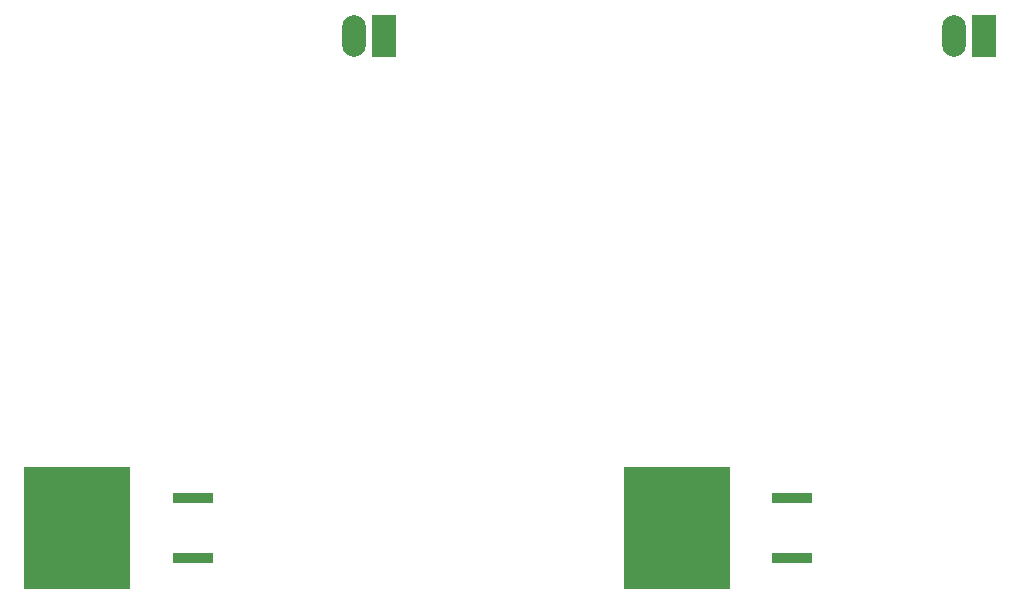
<source format=gbr>
G04*
G04 #@! TF.GenerationSoftware,Altium Limited,Altium Designer,25.0.2 (28)*
G04*
G04 Layer_Color=8421504*
%FSLAX44Y44*%
%MOMM*%
G71*
G04*
G04 #@! TF.SameCoordinates,8B6BD92A-2743-4FC7-A306-186CE1EE4446*
G04*
G04*
G04 #@! TF.FilePolarity,Positive*
G04*
G01*
G75*
%ADD10O,2.0000X3.5400*%
%ADD11R,2.0000X3.5400*%
%ADD12R,9.0000X10.3500*%
%ADD13R,3.5000X0.9500*%
D10*
X307690Y486770D02*
D03*
X815210D02*
D03*
D11*
X333090D02*
D03*
X840610D02*
D03*
D12*
X73240Y70220D02*
D03*
X580760D02*
D03*
D13*
X170740Y95620D02*
D03*
Y44820D02*
D03*
X678260Y95620D02*
D03*
Y44820D02*
D03*
M02*

</source>
